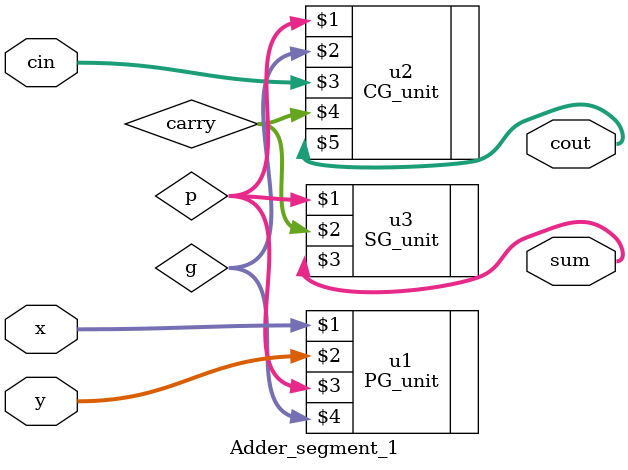
<source format=v>
`timescale 1ns / 1ps
module Adder_segment_1(
input [3:0] x,y,
input [1:0] cin,

output [1:0] cout,
output [3:0] sum
);	
 
wire [3:0] p,g;
wire [3:0] carry;

PG_unit u1(x,y,p,g);
CG_unit u2(p,g,cin,carry,cout);
SG_unit u3(p,carry,sum); 

endmodule

</source>
